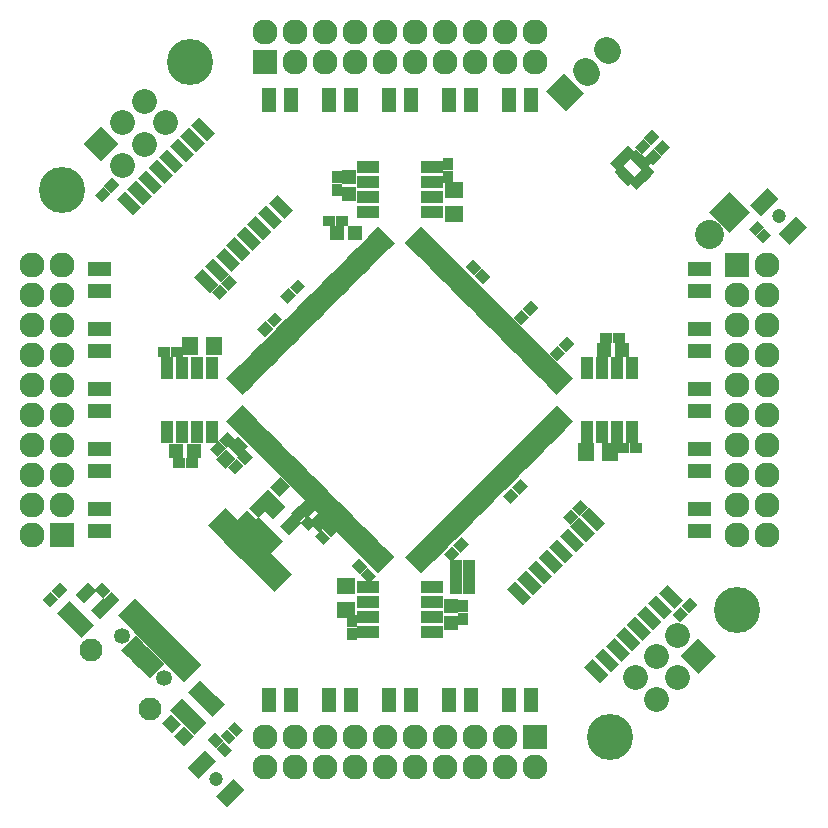
<source format=gbs>
G04 #@! TF.FileFunction,Soldermask,Bot*
%FSLAX46Y46*%
G04 Gerber Fmt 4.6, Leading zero omitted, Abs format (unit mm)*
G04 Created by KiCad (PCBNEW 4.0.6-e0-6349~53~ubuntu14.04.1) date Wed Apr 12 20:46:25 2017*
%MOMM*%
%LPD*%
G01*
G04 APERTURE LIST*
%ADD10C,0.200000*%
%ADD11C,3.900000*%
%ADD12C,2.127200*%
%ADD13R,2.127200X2.127200*%
%ADD14O,2.127200X2.127200*%
%ADD15R,1.950000X1.000000*%
%ADD16R,1.149300X0.798780*%
%ADD17R,1.000000X1.950000*%
%ADD18R,0.798780X1.149300*%
%ADD19R,1.000000X0.900000*%
%ADD20C,1.350000*%
%ADD21C,1.950000*%
%ADD22R,1.200000X1.150000*%
%ADD23C,1.200000*%
%ADD24R,1.150000X1.200000*%
%ADD25R,0.900000X1.000000*%
%ADD26R,1.650000X1.400000*%
%ADD27R,1.400000X1.650000*%
%ADD28C,2.432000*%
G04 APERTURE END LIST*
D10*
D11*
X-28575000Y17780000D03*
D10*
G36*
X14077763Y24423079D02*
X12358079Y26142763D01*
X13862237Y27646921D01*
X15581921Y25927237D01*
X14077763Y24423079D01*
X14077763Y24423079D01*
G37*
D12*
X15658288Y27938814D02*
X15873814Y27723288D01*
X17454339Y29734865D02*
X17669865Y29519339D01*
D10*
G36*
X-10919023Y-13004988D02*
X-11661485Y-12262526D01*
X-10629109Y-11230150D01*
X-9886647Y-11972612D01*
X-10919023Y-13004988D01*
X-10919023Y-13004988D01*
G37*
G36*
X-11590774Y-12333236D02*
X-12333236Y-11590774D01*
X-11300860Y-10558398D01*
X-10558398Y-11300860D01*
X-11590774Y-12333236D01*
X-11590774Y-12333236D01*
G37*
G36*
X-12262526Y-11661485D02*
X-13004988Y-10919023D01*
X-11972612Y-9886647D01*
X-11230150Y-10629109D01*
X-12262526Y-11661485D01*
X-12262526Y-11661485D01*
G37*
G36*
X-10706891Y-10105850D02*
X-11449353Y-9363388D01*
X-10416977Y-8331012D01*
X-9674515Y-9073474D01*
X-10706891Y-10105850D01*
X-10706891Y-10105850D01*
G37*
G36*
X-9363388Y-11449353D02*
X-10105850Y-10706891D01*
X-9073474Y-9674515D01*
X-8331012Y-10416977D01*
X-9363388Y-11449353D01*
X-9363388Y-11449353D01*
G37*
G36*
X-23966441Y16973155D02*
X-23259334Y17680262D01*
X-21915831Y16336759D01*
X-22622938Y15629652D01*
X-23966441Y16973155D01*
X-23966441Y16973155D01*
G37*
G36*
X-23068416Y17871181D02*
X-22361309Y18578288D01*
X-21017806Y17234785D01*
X-21724913Y16527678D01*
X-23068416Y17871181D01*
X-23068416Y17871181D01*
G37*
G36*
X-22170390Y18769206D02*
X-21463283Y19476313D01*
X-20119780Y18132810D01*
X-20826887Y17425703D01*
X-22170390Y18769206D01*
X-22170390Y18769206D01*
G37*
G36*
X-21272364Y19667232D02*
X-20565257Y20374339D01*
X-19221754Y19030836D01*
X-19928861Y18323729D01*
X-21272364Y19667232D01*
X-21272364Y19667232D01*
G37*
G36*
X-20374339Y20565257D02*
X-19667232Y21272364D01*
X-18323729Y19928861D01*
X-19030836Y19221754D01*
X-20374339Y20565257D01*
X-20374339Y20565257D01*
G37*
G36*
X-19476313Y21463283D02*
X-18769206Y22170390D01*
X-17425703Y20826887D01*
X-18132810Y20119780D01*
X-19476313Y21463283D01*
X-19476313Y21463283D01*
G37*
G36*
X-18578288Y22361309D02*
X-17871181Y23068416D01*
X-16527678Y21724913D01*
X-17234785Y21017806D01*
X-18578288Y22361309D01*
X-18578288Y22361309D01*
G37*
G36*
X-17680262Y23259334D02*
X-16973155Y23966441D01*
X-15629652Y22622938D01*
X-16336759Y21915831D01*
X-17680262Y23259334D01*
X-17680262Y23259334D01*
G37*
G36*
X-11104169Y16683241D02*
X-10397062Y17390348D01*
X-9053559Y16046845D01*
X-9760666Y15339738D01*
X-11104169Y16683241D01*
X-11104169Y16683241D01*
G37*
G36*
X-12002194Y15785215D02*
X-11295087Y16492322D01*
X-9951584Y15148819D01*
X-10658691Y14441712D01*
X-12002194Y15785215D01*
X-12002194Y15785215D01*
G37*
G36*
X-12900220Y14887190D02*
X-12193113Y15594297D01*
X-10849610Y14250794D01*
X-11556717Y13543687D01*
X-12900220Y14887190D01*
X-12900220Y14887190D01*
G37*
G36*
X-13798246Y13989164D02*
X-13091139Y14696271D01*
X-11747636Y13352768D01*
X-12454743Y12645661D01*
X-13798246Y13989164D01*
X-13798246Y13989164D01*
G37*
G36*
X-14696271Y13091139D02*
X-13989164Y13798246D01*
X-12645661Y12454743D01*
X-13352768Y11747636D01*
X-14696271Y13091139D01*
X-14696271Y13091139D01*
G37*
G36*
X-15594297Y12193113D02*
X-14887190Y12900220D01*
X-13543687Y11556717D01*
X-14250794Y10849610D01*
X-15594297Y12193113D01*
X-15594297Y12193113D01*
G37*
G36*
X-16492322Y11295087D02*
X-15785215Y12002194D01*
X-14441712Y10658691D01*
X-15148819Y9951584D01*
X-16492322Y11295087D01*
X-16492322Y11295087D01*
G37*
G36*
X-17390348Y10397062D02*
X-16683241Y11104169D01*
X-15339738Y9760666D01*
X-16046845Y9053559D01*
X-17390348Y10397062D01*
X-17390348Y10397062D01*
G37*
G36*
X14690143Y-1820800D02*
X14195169Y-2315774D01*
X12816311Y-936916D01*
X13311285Y-441942D01*
X14690143Y-1820800D01*
X14690143Y-1820800D01*
G37*
G36*
X14336590Y-2174354D02*
X13841616Y-2669328D01*
X12462758Y-1290470D01*
X12957732Y-795496D01*
X14336590Y-2174354D01*
X14336590Y-2174354D01*
G37*
G36*
X13983036Y-2527907D02*
X13488062Y-3022881D01*
X12109204Y-1644023D01*
X12604178Y-1149049D01*
X13983036Y-2527907D01*
X13983036Y-2527907D01*
G37*
G36*
X13629483Y-2881460D02*
X13134509Y-3376434D01*
X11755651Y-1997576D01*
X12250625Y-1502602D01*
X13629483Y-2881460D01*
X13629483Y-2881460D01*
G37*
G36*
X13275929Y-3235014D02*
X12780955Y-3729988D01*
X11402097Y-2351130D01*
X11897071Y-1856156D01*
X13275929Y-3235014D01*
X13275929Y-3235014D01*
G37*
G36*
X12922376Y-3588567D02*
X12427402Y-4083541D01*
X11048544Y-2704683D01*
X11543518Y-2209709D01*
X12922376Y-3588567D01*
X12922376Y-3588567D01*
G37*
G36*
X12568823Y-3942121D02*
X12073849Y-4437095D01*
X10694991Y-3058237D01*
X11189965Y-2563263D01*
X12568823Y-3942121D01*
X12568823Y-3942121D01*
G37*
G36*
X12215269Y-4295674D02*
X11720295Y-4790648D01*
X10341437Y-3411790D01*
X10836411Y-2916816D01*
X12215269Y-4295674D01*
X12215269Y-4295674D01*
G37*
G36*
X11861716Y-4649227D02*
X11366742Y-5144201D01*
X9987884Y-3765343D01*
X10482858Y-3270369D01*
X11861716Y-4649227D01*
X11861716Y-4649227D01*
G37*
G36*
X11508162Y-5002781D02*
X11013188Y-5497755D01*
X9634330Y-4118897D01*
X10129304Y-3623923D01*
X11508162Y-5002781D01*
X11508162Y-5002781D01*
G37*
G36*
X11154609Y-5356334D02*
X10659635Y-5851308D01*
X9280777Y-4472450D01*
X9775751Y-3977476D01*
X11154609Y-5356334D01*
X11154609Y-5356334D01*
G37*
G36*
X10801056Y-5709888D02*
X10306082Y-6204862D01*
X8927224Y-4826004D01*
X9422198Y-4331030D01*
X10801056Y-5709888D01*
X10801056Y-5709888D01*
G37*
G36*
X10447502Y-6063441D02*
X9952528Y-6558415D01*
X8573670Y-5179557D01*
X9068644Y-4684583D01*
X10447502Y-6063441D01*
X10447502Y-6063441D01*
G37*
G36*
X10093949Y-6416994D02*
X9598975Y-6911968D01*
X8220117Y-5533110D01*
X8715091Y-5038136D01*
X10093949Y-6416994D01*
X10093949Y-6416994D01*
G37*
G36*
X9740395Y-6770548D02*
X9245421Y-7265522D01*
X7866563Y-5886664D01*
X8361537Y-5391690D01*
X9740395Y-6770548D01*
X9740395Y-6770548D01*
G37*
G36*
X9386842Y-7124101D02*
X8891868Y-7619075D01*
X7513010Y-6240217D01*
X8007984Y-5745243D01*
X9386842Y-7124101D01*
X9386842Y-7124101D01*
G37*
G36*
X9033289Y-7477654D02*
X8538315Y-7972628D01*
X7159457Y-6593770D01*
X7654431Y-6098796D01*
X9033289Y-7477654D01*
X9033289Y-7477654D01*
G37*
G36*
X8679735Y-7831208D02*
X8184761Y-8326182D01*
X6805903Y-6947324D01*
X7300877Y-6452350D01*
X8679735Y-7831208D01*
X8679735Y-7831208D01*
G37*
G36*
X8326182Y-8184761D02*
X7831208Y-8679735D01*
X6452350Y-7300877D01*
X6947324Y-6805903D01*
X8326182Y-8184761D01*
X8326182Y-8184761D01*
G37*
G36*
X7972628Y-8538315D02*
X7477654Y-9033289D01*
X6098796Y-7654431D01*
X6593770Y-7159457D01*
X7972628Y-8538315D01*
X7972628Y-8538315D01*
G37*
G36*
X7619075Y-8891868D02*
X7124101Y-9386842D01*
X5745243Y-8007984D01*
X6240217Y-7513010D01*
X7619075Y-8891868D01*
X7619075Y-8891868D01*
G37*
G36*
X7265522Y-9245421D02*
X6770548Y-9740395D01*
X5391690Y-8361537D01*
X5886664Y-7866563D01*
X7265522Y-9245421D01*
X7265522Y-9245421D01*
G37*
G36*
X6911968Y-9598975D02*
X6416994Y-10093949D01*
X5038136Y-8715091D01*
X5533110Y-8220117D01*
X6911968Y-9598975D01*
X6911968Y-9598975D01*
G37*
G36*
X6558415Y-9952528D02*
X6063441Y-10447502D01*
X4684583Y-9068644D01*
X5179557Y-8573670D01*
X6558415Y-9952528D01*
X6558415Y-9952528D01*
G37*
G36*
X6204862Y-10306082D02*
X5709888Y-10801056D01*
X4331030Y-9422198D01*
X4826004Y-8927224D01*
X6204862Y-10306082D01*
X6204862Y-10306082D01*
G37*
G36*
X5851308Y-10659635D02*
X5356334Y-11154609D01*
X3977476Y-9775751D01*
X4472450Y-9280777D01*
X5851308Y-10659635D01*
X5851308Y-10659635D01*
G37*
G36*
X5497755Y-11013188D02*
X5002781Y-11508162D01*
X3623923Y-10129304D01*
X4118897Y-9634330D01*
X5497755Y-11013188D01*
X5497755Y-11013188D01*
G37*
G36*
X5144201Y-11366742D02*
X4649227Y-11861716D01*
X3270369Y-10482858D01*
X3765343Y-9987884D01*
X5144201Y-11366742D01*
X5144201Y-11366742D01*
G37*
G36*
X4790648Y-11720295D02*
X4295674Y-12215269D01*
X2916816Y-10836411D01*
X3411790Y-10341437D01*
X4790648Y-11720295D01*
X4790648Y-11720295D01*
G37*
G36*
X4437095Y-12073849D02*
X3942121Y-12568823D01*
X2563263Y-11189965D01*
X3058237Y-10694991D01*
X4437095Y-12073849D01*
X4437095Y-12073849D01*
G37*
G36*
X4083541Y-12427402D02*
X3588567Y-12922376D01*
X2209709Y-11543518D01*
X2704683Y-11048544D01*
X4083541Y-12427402D01*
X4083541Y-12427402D01*
G37*
G36*
X3729988Y-12780955D02*
X3235014Y-13275929D01*
X1856156Y-11897071D01*
X2351130Y-11402097D01*
X3729988Y-12780955D01*
X3729988Y-12780955D01*
G37*
G36*
X3376434Y-13134509D02*
X2881460Y-13629483D01*
X1502602Y-12250625D01*
X1997576Y-11755651D01*
X3376434Y-13134509D01*
X3376434Y-13134509D01*
G37*
G36*
X3022881Y-13488062D02*
X2527907Y-13983036D01*
X1149049Y-12604178D01*
X1644023Y-12109204D01*
X3022881Y-13488062D01*
X3022881Y-13488062D01*
G37*
G36*
X2669328Y-13841616D02*
X2174354Y-14336590D01*
X795496Y-12957732D01*
X1290470Y-12462758D01*
X2669328Y-13841616D01*
X2669328Y-13841616D01*
G37*
G36*
X2315774Y-14195169D02*
X1820800Y-14690143D01*
X441942Y-13311285D01*
X936916Y-12816311D01*
X2315774Y-14195169D01*
X2315774Y-14195169D01*
G37*
G36*
X-1820800Y-14690143D02*
X-2315774Y-14195169D01*
X-936916Y-12816311D01*
X-441942Y-13311285D01*
X-1820800Y-14690143D01*
X-1820800Y-14690143D01*
G37*
G36*
X-2174354Y-14336590D02*
X-2669328Y-13841616D01*
X-1290470Y-12462758D01*
X-795496Y-12957732D01*
X-2174354Y-14336590D01*
X-2174354Y-14336590D01*
G37*
G36*
X-2527907Y-13983036D02*
X-3022881Y-13488062D01*
X-1644023Y-12109204D01*
X-1149049Y-12604178D01*
X-2527907Y-13983036D01*
X-2527907Y-13983036D01*
G37*
G36*
X-2881460Y-13629483D02*
X-3376434Y-13134509D01*
X-1997576Y-11755651D01*
X-1502602Y-12250625D01*
X-2881460Y-13629483D01*
X-2881460Y-13629483D01*
G37*
G36*
X-3235014Y-13275929D02*
X-3729988Y-12780955D01*
X-2351130Y-11402097D01*
X-1856156Y-11897071D01*
X-3235014Y-13275929D01*
X-3235014Y-13275929D01*
G37*
G36*
X-3588567Y-12922376D02*
X-4083541Y-12427402D01*
X-2704683Y-11048544D01*
X-2209709Y-11543518D01*
X-3588567Y-12922376D01*
X-3588567Y-12922376D01*
G37*
G36*
X-3942121Y-12568823D02*
X-4437095Y-12073849D01*
X-3058237Y-10694991D01*
X-2563263Y-11189965D01*
X-3942121Y-12568823D01*
X-3942121Y-12568823D01*
G37*
G36*
X-4295674Y-12215269D02*
X-4790648Y-11720295D01*
X-3411790Y-10341437D01*
X-2916816Y-10836411D01*
X-4295674Y-12215269D01*
X-4295674Y-12215269D01*
G37*
G36*
X-4649227Y-11861716D02*
X-5144201Y-11366742D01*
X-3765343Y-9987884D01*
X-3270369Y-10482858D01*
X-4649227Y-11861716D01*
X-4649227Y-11861716D01*
G37*
G36*
X-5002781Y-11508162D02*
X-5497755Y-11013188D01*
X-4118897Y-9634330D01*
X-3623923Y-10129304D01*
X-5002781Y-11508162D01*
X-5002781Y-11508162D01*
G37*
G36*
X-5356334Y-11154609D02*
X-5851308Y-10659635D01*
X-4472450Y-9280777D01*
X-3977476Y-9775751D01*
X-5356334Y-11154609D01*
X-5356334Y-11154609D01*
G37*
G36*
X-5709888Y-10801056D02*
X-6204862Y-10306082D01*
X-4826004Y-8927224D01*
X-4331030Y-9422198D01*
X-5709888Y-10801056D01*
X-5709888Y-10801056D01*
G37*
G36*
X-6063441Y-10447502D02*
X-6558415Y-9952528D01*
X-5179557Y-8573670D01*
X-4684583Y-9068644D01*
X-6063441Y-10447502D01*
X-6063441Y-10447502D01*
G37*
G36*
X-6416994Y-10093949D02*
X-6911968Y-9598975D01*
X-5533110Y-8220117D01*
X-5038136Y-8715091D01*
X-6416994Y-10093949D01*
X-6416994Y-10093949D01*
G37*
G36*
X-6770548Y-9740395D02*
X-7265522Y-9245421D01*
X-5886664Y-7866563D01*
X-5391690Y-8361537D01*
X-6770548Y-9740395D01*
X-6770548Y-9740395D01*
G37*
G36*
X-7124101Y-9386842D02*
X-7619075Y-8891868D01*
X-6240217Y-7513010D01*
X-5745243Y-8007984D01*
X-7124101Y-9386842D01*
X-7124101Y-9386842D01*
G37*
G36*
X-7477654Y-9033289D02*
X-7972628Y-8538315D01*
X-6593770Y-7159457D01*
X-6098796Y-7654431D01*
X-7477654Y-9033289D01*
X-7477654Y-9033289D01*
G37*
G36*
X-7831208Y-8679735D02*
X-8326182Y-8184761D01*
X-6947324Y-6805903D01*
X-6452350Y-7300877D01*
X-7831208Y-8679735D01*
X-7831208Y-8679735D01*
G37*
G36*
X-8184761Y-8326182D02*
X-8679735Y-7831208D01*
X-7300877Y-6452350D01*
X-6805903Y-6947324D01*
X-8184761Y-8326182D01*
X-8184761Y-8326182D01*
G37*
G36*
X-8538315Y-7972628D02*
X-9033289Y-7477654D01*
X-7654431Y-6098796D01*
X-7159457Y-6593770D01*
X-8538315Y-7972628D01*
X-8538315Y-7972628D01*
G37*
G36*
X-8891868Y-7619075D02*
X-9386842Y-7124101D01*
X-8007984Y-5745243D01*
X-7513010Y-6240217D01*
X-8891868Y-7619075D01*
X-8891868Y-7619075D01*
G37*
G36*
X-9245421Y-7265522D02*
X-9740395Y-6770548D01*
X-8361537Y-5391690D01*
X-7866563Y-5886664D01*
X-9245421Y-7265522D01*
X-9245421Y-7265522D01*
G37*
G36*
X-9598975Y-6911968D02*
X-10093949Y-6416994D01*
X-8715091Y-5038136D01*
X-8220117Y-5533110D01*
X-9598975Y-6911968D01*
X-9598975Y-6911968D01*
G37*
G36*
X-9952528Y-6558415D02*
X-10447502Y-6063441D01*
X-9068644Y-4684583D01*
X-8573670Y-5179557D01*
X-9952528Y-6558415D01*
X-9952528Y-6558415D01*
G37*
G36*
X-10306082Y-6204862D02*
X-10801056Y-5709888D01*
X-9422198Y-4331030D01*
X-8927224Y-4826004D01*
X-10306082Y-6204862D01*
X-10306082Y-6204862D01*
G37*
G36*
X-10659635Y-5851308D02*
X-11154609Y-5356334D01*
X-9775751Y-3977476D01*
X-9280777Y-4472450D01*
X-10659635Y-5851308D01*
X-10659635Y-5851308D01*
G37*
G36*
X-11013188Y-5497755D02*
X-11508162Y-5002781D01*
X-10129304Y-3623923D01*
X-9634330Y-4118897D01*
X-11013188Y-5497755D01*
X-11013188Y-5497755D01*
G37*
G36*
X-11366742Y-5144201D02*
X-11861716Y-4649227D01*
X-10482858Y-3270369D01*
X-9987884Y-3765343D01*
X-11366742Y-5144201D01*
X-11366742Y-5144201D01*
G37*
G36*
X-11720295Y-4790648D02*
X-12215269Y-4295674D01*
X-10836411Y-2916816D01*
X-10341437Y-3411790D01*
X-11720295Y-4790648D01*
X-11720295Y-4790648D01*
G37*
G36*
X-12073849Y-4437095D02*
X-12568823Y-3942121D01*
X-11189965Y-2563263D01*
X-10694991Y-3058237D01*
X-12073849Y-4437095D01*
X-12073849Y-4437095D01*
G37*
G36*
X-12427402Y-4083541D02*
X-12922376Y-3588567D01*
X-11543518Y-2209709D01*
X-11048544Y-2704683D01*
X-12427402Y-4083541D01*
X-12427402Y-4083541D01*
G37*
G36*
X-12780955Y-3729988D02*
X-13275929Y-3235014D01*
X-11897071Y-1856156D01*
X-11402097Y-2351130D01*
X-12780955Y-3729988D01*
X-12780955Y-3729988D01*
G37*
G36*
X-13134509Y-3376434D02*
X-13629483Y-2881460D01*
X-12250625Y-1502602D01*
X-11755651Y-1997576D01*
X-13134509Y-3376434D01*
X-13134509Y-3376434D01*
G37*
G36*
X-13488062Y-3022881D02*
X-13983036Y-2527907D01*
X-12604178Y-1149049D01*
X-12109204Y-1644023D01*
X-13488062Y-3022881D01*
X-13488062Y-3022881D01*
G37*
G36*
X-13841616Y-2669328D02*
X-14336590Y-2174354D01*
X-12957732Y-795496D01*
X-12462758Y-1290470D01*
X-13841616Y-2669328D01*
X-13841616Y-2669328D01*
G37*
G36*
X-14195169Y-2315774D02*
X-14690143Y-1820800D01*
X-13311285Y-441942D01*
X-12816311Y-936916D01*
X-14195169Y-2315774D01*
X-14195169Y-2315774D01*
G37*
G36*
X-12816311Y936916D02*
X-13311285Y441942D01*
X-14690143Y1820800D01*
X-14195169Y2315774D01*
X-12816311Y936916D01*
X-12816311Y936916D01*
G37*
G36*
X-12462758Y1290470D02*
X-12957732Y795496D01*
X-14336590Y2174354D01*
X-13841616Y2669328D01*
X-12462758Y1290470D01*
X-12462758Y1290470D01*
G37*
G36*
X-12109204Y1644023D02*
X-12604178Y1149049D01*
X-13983036Y2527907D01*
X-13488062Y3022881D01*
X-12109204Y1644023D01*
X-12109204Y1644023D01*
G37*
G36*
X-11755651Y1997576D02*
X-12250625Y1502602D01*
X-13629483Y2881460D01*
X-13134509Y3376434D01*
X-11755651Y1997576D01*
X-11755651Y1997576D01*
G37*
G36*
X-11402097Y2351130D02*
X-11897071Y1856156D01*
X-13275929Y3235014D01*
X-12780955Y3729988D01*
X-11402097Y2351130D01*
X-11402097Y2351130D01*
G37*
G36*
X-11048544Y2704683D02*
X-11543518Y2209709D01*
X-12922376Y3588567D01*
X-12427402Y4083541D01*
X-11048544Y2704683D01*
X-11048544Y2704683D01*
G37*
G36*
X-10694991Y3058237D02*
X-11189965Y2563263D01*
X-12568823Y3942121D01*
X-12073849Y4437095D01*
X-10694991Y3058237D01*
X-10694991Y3058237D01*
G37*
G36*
X-10341437Y3411790D02*
X-10836411Y2916816D01*
X-12215269Y4295674D01*
X-11720295Y4790648D01*
X-10341437Y3411790D01*
X-10341437Y3411790D01*
G37*
G36*
X-9987884Y3765343D02*
X-10482858Y3270369D01*
X-11861716Y4649227D01*
X-11366742Y5144201D01*
X-9987884Y3765343D01*
X-9987884Y3765343D01*
G37*
G36*
X-9634330Y4118897D02*
X-10129304Y3623923D01*
X-11508162Y5002781D01*
X-11013188Y5497755D01*
X-9634330Y4118897D01*
X-9634330Y4118897D01*
G37*
G36*
X-9280777Y4472450D02*
X-9775751Y3977476D01*
X-11154609Y5356334D01*
X-10659635Y5851308D01*
X-9280777Y4472450D01*
X-9280777Y4472450D01*
G37*
G36*
X-8927224Y4826004D02*
X-9422198Y4331030D01*
X-10801056Y5709888D01*
X-10306082Y6204862D01*
X-8927224Y4826004D01*
X-8927224Y4826004D01*
G37*
G36*
X-8573670Y5179557D02*
X-9068644Y4684583D01*
X-10447502Y6063441D01*
X-9952528Y6558415D01*
X-8573670Y5179557D01*
X-8573670Y5179557D01*
G37*
G36*
X-8220117Y5533110D02*
X-8715091Y5038136D01*
X-10093949Y6416994D01*
X-9598975Y6911968D01*
X-8220117Y5533110D01*
X-8220117Y5533110D01*
G37*
G36*
X-7866563Y5886664D02*
X-8361537Y5391690D01*
X-9740395Y6770548D01*
X-9245421Y7265522D01*
X-7866563Y5886664D01*
X-7866563Y5886664D01*
G37*
G36*
X-7513010Y6240217D02*
X-8007984Y5745243D01*
X-9386842Y7124101D01*
X-8891868Y7619075D01*
X-7513010Y6240217D01*
X-7513010Y6240217D01*
G37*
G36*
X-7159457Y6593770D02*
X-7654431Y6098796D01*
X-9033289Y7477654D01*
X-8538315Y7972628D01*
X-7159457Y6593770D01*
X-7159457Y6593770D01*
G37*
G36*
X-6805903Y6947324D02*
X-7300877Y6452350D01*
X-8679735Y7831208D01*
X-8184761Y8326182D01*
X-6805903Y6947324D01*
X-6805903Y6947324D01*
G37*
G36*
X-6452350Y7300877D02*
X-6947324Y6805903D01*
X-8326182Y8184761D01*
X-7831208Y8679735D01*
X-6452350Y7300877D01*
X-6452350Y7300877D01*
G37*
G36*
X-6098796Y7654431D02*
X-6593770Y7159457D01*
X-7972628Y8538315D01*
X-7477654Y9033289D01*
X-6098796Y7654431D01*
X-6098796Y7654431D01*
G37*
G36*
X-5745243Y8007984D02*
X-6240217Y7513010D01*
X-7619075Y8891868D01*
X-7124101Y9386842D01*
X-5745243Y8007984D01*
X-5745243Y8007984D01*
G37*
G36*
X-5391690Y8361537D02*
X-5886664Y7866563D01*
X-7265522Y9245421D01*
X-6770548Y9740395D01*
X-5391690Y8361537D01*
X-5391690Y8361537D01*
G37*
G36*
X-5038136Y8715091D02*
X-5533110Y8220117D01*
X-6911968Y9598975D01*
X-6416994Y10093949D01*
X-5038136Y8715091D01*
X-5038136Y8715091D01*
G37*
G36*
X-4684583Y9068644D02*
X-5179557Y8573670D01*
X-6558415Y9952528D01*
X-6063441Y10447502D01*
X-4684583Y9068644D01*
X-4684583Y9068644D01*
G37*
G36*
X-4331030Y9422198D02*
X-4826004Y8927224D01*
X-6204862Y10306082D01*
X-5709888Y10801056D01*
X-4331030Y9422198D01*
X-4331030Y9422198D01*
G37*
G36*
X-3977476Y9775751D02*
X-4472450Y9280777D01*
X-5851308Y10659635D01*
X-5356334Y11154609D01*
X-3977476Y9775751D01*
X-3977476Y9775751D01*
G37*
G36*
X-3623923Y10129304D02*
X-4118897Y9634330D01*
X-5497755Y11013188D01*
X-5002781Y11508162D01*
X-3623923Y10129304D01*
X-3623923Y10129304D01*
G37*
G36*
X-3270369Y10482858D02*
X-3765343Y9987884D01*
X-5144201Y11366742D01*
X-4649227Y11861716D01*
X-3270369Y10482858D01*
X-3270369Y10482858D01*
G37*
G36*
X-2916816Y10836411D02*
X-3411790Y10341437D01*
X-4790648Y11720295D01*
X-4295674Y12215269D01*
X-2916816Y10836411D01*
X-2916816Y10836411D01*
G37*
G36*
X-2563263Y11189965D02*
X-3058237Y10694991D01*
X-4437095Y12073849D01*
X-3942121Y12568823D01*
X-2563263Y11189965D01*
X-2563263Y11189965D01*
G37*
G36*
X-2209709Y11543518D02*
X-2704683Y11048544D01*
X-4083541Y12427402D01*
X-3588567Y12922376D01*
X-2209709Y11543518D01*
X-2209709Y11543518D01*
G37*
G36*
X-1856156Y11897071D02*
X-2351130Y11402097D01*
X-3729988Y12780955D01*
X-3235014Y13275929D01*
X-1856156Y11897071D01*
X-1856156Y11897071D01*
G37*
G36*
X-1502602Y12250625D02*
X-1997576Y11755651D01*
X-3376434Y13134509D01*
X-2881460Y13629483D01*
X-1502602Y12250625D01*
X-1502602Y12250625D01*
G37*
G36*
X-1149049Y12604178D02*
X-1644023Y12109204D01*
X-3022881Y13488062D01*
X-2527907Y13983036D01*
X-1149049Y12604178D01*
X-1149049Y12604178D01*
G37*
G36*
X-795496Y12957732D02*
X-1290470Y12462758D01*
X-2669328Y13841616D01*
X-2174354Y14336590D01*
X-795496Y12957732D01*
X-795496Y12957732D01*
G37*
G36*
X-441942Y13311285D02*
X-936916Y12816311D01*
X-2315774Y14195169D01*
X-1820800Y14690143D01*
X-441942Y13311285D01*
X-441942Y13311285D01*
G37*
G36*
X936916Y12816311D02*
X441942Y13311285D01*
X1820800Y14690143D01*
X2315774Y14195169D01*
X936916Y12816311D01*
X936916Y12816311D01*
G37*
G36*
X1290470Y12462758D02*
X795496Y12957732D01*
X2174354Y14336590D01*
X2669328Y13841616D01*
X1290470Y12462758D01*
X1290470Y12462758D01*
G37*
G36*
X1644023Y12109204D02*
X1149049Y12604178D01*
X2527907Y13983036D01*
X3022881Y13488062D01*
X1644023Y12109204D01*
X1644023Y12109204D01*
G37*
G36*
X1997576Y11755651D02*
X1502602Y12250625D01*
X2881460Y13629483D01*
X3376434Y13134509D01*
X1997576Y11755651D01*
X1997576Y11755651D01*
G37*
G36*
X2351130Y11402097D02*
X1856156Y11897071D01*
X3235014Y13275929D01*
X3729988Y12780955D01*
X2351130Y11402097D01*
X2351130Y11402097D01*
G37*
G36*
X2704683Y11048544D02*
X2209709Y11543518D01*
X3588567Y12922376D01*
X4083541Y12427402D01*
X2704683Y11048544D01*
X2704683Y11048544D01*
G37*
G36*
X3058237Y10694991D02*
X2563263Y11189965D01*
X3942121Y12568823D01*
X4437095Y12073849D01*
X3058237Y10694991D01*
X3058237Y10694991D01*
G37*
G36*
X3411790Y10341437D02*
X2916816Y10836411D01*
X4295674Y12215269D01*
X4790648Y11720295D01*
X3411790Y10341437D01*
X3411790Y10341437D01*
G37*
G36*
X3765343Y9987884D02*
X3270369Y10482858D01*
X4649227Y11861716D01*
X5144201Y11366742D01*
X3765343Y9987884D01*
X3765343Y9987884D01*
G37*
G36*
X4118897Y9634330D02*
X3623923Y10129304D01*
X5002781Y11508162D01*
X5497755Y11013188D01*
X4118897Y9634330D01*
X4118897Y9634330D01*
G37*
G36*
X4472450Y9280777D02*
X3977476Y9775751D01*
X5356334Y11154609D01*
X5851308Y10659635D01*
X4472450Y9280777D01*
X4472450Y9280777D01*
G37*
G36*
X4826004Y8927224D02*
X4331030Y9422198D01*
X5709888Y10801056D01*
X6204862Y10306082D01*
X4826004Y8927224D01*
X4826004Y8927224D01*
G37*
G36*
X5179557Y8573670D02*
X4684583Y9068644D01*
X6063441Y10447502D01*
X6558415Y9952528D01*
X5179557Y8573670D01*
X5179557Y8573670D01*
G37*
G36*
X5533110Y8220117D02*
X5038136Y8715091D01*
X6416994Y10093949D01*
X6911968Y9598975D01*
X5533110Y8220117D01*
X5533110Y8220117D01*
G37*
G36*
X5886664Y7866563D02*
X5391690Y8361537D01*
X6770548Y9740395D01*
X7265522Y9245421D01*
X5886664Y7866563D01*
X5886664Y7866563D01*
G37*
G36*
X6240217Y7513010D02*
X5745243Y8007984D01*
X7124101Y9386842D01*
X7619075Y8891868D01*
X6240217Y7513010D01*
X6240217Y7513010D01*
G37*
G36*
X6593770Y7159457D02*
X6098796Y7654431D01*
X7477654Y9033289D01*
X7972628Y8538315D01*
X6593770Y7159457D01*
X6593770Y7159457D01*
G37*
G36*
X6947324Y6805903D02*
X6452350Y7300877D01*
X7831208Y8679735D01*
X8326182Y8184761D01*
X6947324Y6805903D01*
X6947324Y6805903D01*
G37*
G36*
X7300877Y6452350D02*
X6805903Y6947324D01*
X8184761Y8326182D01*
X8679735Y7831208D01*
X7300877Y6452350D01*
X7300877Y6452350D01*
G37*
G36*
X7654431Y6098796D02*
X7159457Y6593770D01*
X8538315Y7972628D01*
X9033289Y7477654D01*
X7654431Y6098796D01*
X7654431Y6098796D01*
G37*
G36*
X8007984Y5745243D02*
X7513010Y6240217D01*
X8891868Y7619075D01*
X9386842Y7124101D01*
X8007984Y5745243D01*
X8007984Y5745243D01*
G37*
G36*
X8361537Y5391690D02*
X7866563Y5886664D01*
X9245421Y7265522D01*
X9740395Y6770548D01*
X8361537Y5391690D01*
X8361537Y5391690D01*
G37*
G36*
X8715091Y5038136D02*
X8220117Y5533110D01*
X9598975Y6911968D01*
X10093949Y6416994D01*
X8715091Y5038136D01*
X8715091Y5038136D01*
G37*
G36*
X9068644Y4684583D02*
X8573670Y5179557D01*
X9952528Y6558415D01*
X10447502Y6063441D01*
X9068644Y4684583D01*
X9068644Y4684583D01*
G37*
G36*
X9422198Y4331030D02*
X8927224Y4826004D01*
X10306082Y6204862D01*
X10801056Y5709888D01*
X9422198Y4331030D01*
X9422198Y4331030D01*
G37*
G36*
X9775751Y3977476D02*
X9280777Y4472450D01*
X10659635Y5851308D01*
X11154609Y5356334D01*
X9775751Y3977476D01*
X9775751Y3977476D01*
G37*
G36*
X10129304Y3623923D02*
X9634330Y4118897D01*
X11013188Y5497755D01*
X11508162Y5002781D01*
X10129304Y3623923D01*
X10129304Y3623923D01*
G37*
G36*
X10482858Y3270369D02*
X9987884Y3765343D01*
X11366742Y5144201D01*
X11861716Y4649227D01*
X10482858Y3270369D01*
X10482858Y3270369D01*
G37*
G36*
X10836411Y2916816D02*
X10341437Y3411790D01*
X11720295Y4790648D01*
X12215269Y4295674D01*
X10836411Y2916816D01*
X10836411Y2916816D01*
G37*
G36*
X11189965Y2563263D02*
X10694991Y3058237D01*
X12073849Y4437095D01*
X12568823Y3942121D01*
X11189965Y2563263D01*
X11189965Y2563263D01*
G37*
G36*
X11543518Y2209709D02*
X11048544Y2704683D01*
X12427402Y4083541D01*
X12922376Y3588567D01*
X11543518Y2209709D01*
X11543518Y2209709D01*
G37*
G36*
X11897071Y1856156D02*
X11402097Y2351130D01*
X12780955Y3729988D01*
X13275929Y3235014D01*
X11897071Y1856156D01*
X11897071Y1856156D01*
G37*
G36*
X12250625Y1502602D02*
X11755651Y1997576D01*
X13134509Y3376434D01*
X13629483Y2881460D01*
X12250625Y1502602D01*
X12250625Y1502602D01*
G37*
G36*
X12604178Y1149049D02*
X12109204Y1644023D01*
X13488062Y3022881D01*
X13983036Y2527907D01*
X12604178Y1149049D01*
X12604178Y1149049D01*
G37*
G36*
X12957732Y795496D02*
X12462758Y1290470D01*
X13841616Y2669328D01*
X14336590Y2174354D01*
X12957732Y795496D01*
X12957732Y795496D01*
G37*
G36*
X13311285Y441942D02*
X12816311Y936916D01*
X14195169Y2315774D01*
X14690143Y1820800D01*
X13311285Y441942D01*
X13311285Y441942D01*
G37*
G36*
X23966441Y-16973155D02*
X23259334Y-17680262D01*
X21915831Y-16336759D01*
X22622938Y-15629652D01*
X23966441Y-16973155D01*
X23966441Y-16973155D01*
G37*
G36*
X23068416Y-17871181D02*
X22361309Y-18578288D01*
X21017806Y-17234785D01*
X21724913Y-16527678D01*
X23068416Y-17871181D01*
X23068416Y-17871181D01*
G37*
G36*
X22170390Y-18769206D02*
X21463283Y-19476313D01*
X20119780Y-18132810D01*
X20826887Y-17425703D01*
X22170390Y-18769206D01*
X22170390Y-18769206D01*
G37*
G36*
X21272364Y-19667232D02*
X20565257Y-20374339D01*
X19221754Y-19030836D01*
X19928861Y-18323729D01*
X21272364Y-19667232D01*
X21272364Y-19667232D01*
G37*
G36*
X20374339Y-20565257D02*
X19667232Y-21272364D01*
X18323729Y-19928861D01*
X19030836Y-19221754D01*
X20374339Y-20565257D01*
X20374339Y-20565257D01*
G37*
G36*
X19476313Y-21463283D02*
X18769206Y-22170390D01*
X17425703Y-20826887D01*
X18132810Y-20119780D01*
X19476313Y-21463283D01*
X19476313Y-21463283D01*
G37*
G36*
X18578288Y-22361309D02*
X17871181Y-23068416D01*
X16527678Y-21724913D01*
X17234785Y-21017806D01*
X18578288Y-22361309D01*
X18578288Y-22361309D01*
G37*
G36*
X17680262Y-23259334D02*
X16973155Y-23966441D01*
X15629652Y-22622938D01*
X16336759Y-21915831D01*
X17680262Y-23259334D01*
X17680262Y-23259334D01*
G37*
G36*
X11104169Y-16683241D02*
X10397062Y-17390348D01*
X9053559Y-16046845D01*
X9760666Y-15339738D01*
X11104169Y-16683241D01*
X11104169Y-16683241D01*
G37*
G36*
X12002194Y-15785215D02*
X11295087Y-16492322D01*
X9951584Y-15148819D01*
X10658691Y-14441712D01*
X12002194Y-15785215D01*
X12002194Y-15785215D01*
G37*
G36*
X12900220Y-14887190D02*
X12193113Y-15594297D01*
X10849610Y-14250794D01*
X11556717Y-13543687D01*
X12900220Y-14887190D01*
X12900220Y-14887190D01*
G37*
G36*
X13798246Y-13989164D02*
X13091139Y-14696271D01*
X11747636Y-13352768D01*
X12454743Y-12645661D01*
X13798246Y-13989164D01*
X13798246Y-13989164D01*
G37*
G36*
X14696271Y-13091139D02*
X13989164Y-13798246D01*
X12645661Y-12454743D01*
X13352768Y-11747636D01*
X14696271Y-13091139D01*
X14696271Y-13091139D01*
G37*
G36*
X15594297Y-12193113D02*
X14887190Y-12900220D01*
X13543687Y-11556717D01*
X14250794Y-10849610D01*
X15594297Y-12193113D01*
X15594297Y-12193113D01*
G37*
G36*
X16492322Y-11295087D02*
X15785215Y-12002194D01*
X14441712Y-10658691D01*
X15148819Y-9951584D01*
X16492322Y-11295087D01*
X16492322Y-11295087D01*
G37*
G36*
X17390348Y-10397062D02*
X16683241Y-11104169D01*
X15339738Y-9760666D01*
X16046845Y-9053559D01*
X17390348Y-10397062D01*
X17390348Y-10397062D01*
G37*
D13*
X11430000Y-28575000D03*
D14*
X11430000Y-31115000D03*
X8890000Y-28575000D03*
X8890000Y-31115000D03*
X6350000Y-28575000D03*
X6350000Y-31115000D03*
X3810000Y-28575000D03*
X3810000Y-31115000D03*
X1270000Y-28575000D03*
X1270000Y-31115000D03*
X-1270000Y-28575000D03*
X-1270000Y-31115000D03*
X-3810000Y-28575000D03*
X-3810000Y-31115000D03*
X-6350000Y-28575000D03*
X-6350000Y-31115000D03*
X-8890000Y-28575000D03*
X-8890000Y-31115000D03*
X-11430000Y-28575000D03*
X-11430000Y-31115000D03*
D13*
X-28575000Y-11430000D03*
D14*
X-31115000Y-11430000D03*
X-28575000Y-8890000D03*
X-31115000Y-8890000D03*
X-28575000Y-6350000D03*
X-31115000Y-6350000D03*
X-28575000Y-3810000D03*
X-31115000Y-3810000D03*
X-28575000Y-1270000D03*
X-31115000Y-1270000D03*
X-28575000Y1270000D03*
X-31115000Y1270000D03*
X-28575000Y3810000D03*
X-31115000Y3810000D03*
X-28575000Y6350000D03*
X-31115000Y6350000D03*
X-28575000Y8890000D03*
X-31115000Y8890000D03*
X-28575000Y11430000D03*
X-31115000Y11430000D03*
D13*
X-11430000Y28575000D03*
D14*
X-11430000Y31115000D03*
X-8890000Y28575000D03*
X-8890000Y31115000D03*
X-6350000Y28575000D03*
X-6350000Y31115000D03*
X-3810000Y28575000D03*
X-3810000Y31115000D03*
X-1270000Y28575000D03*
X-1270000Y31115000D03*
X1270000Y28575000D03*
X1270000Y31115000D03*
X3810000Y28575000D03*
X3810000Y31115000D03*
X6350000Y28575000D03*
X6350000Y31115000D03*
X8890000Y28575000D03*
X8890000Y31115000D03*
X11430000Y28575000D03*
X11430000Y31115000D03*
D13*
X28575000Y11430000D03*
D14*
X31115000Y11430000D03*
X28575000Y8890000D03*
X31115000Y8890000D03*
X28575000Y6350000D03*
X31115000Y6350000D03*
X28575000Y3810000D03*
X31115000Y3810000D03*
X28575000Y1270000D03*
X31115000Y1270000D03*
X28575000Y-1270000D03*
X31115000Y-1270000D03*
X28575000Y-3810000D03*
X31115000Y-3810000D03*
X28575000Y-6350000D03*
X31115000Y-6350000D03*
X28575000Y-8890000D03*
X31115000Y-8890000D03*
X28575000Y-11430000D03*
X31115000Y-11430000D03*
D15*
X2700000Y-15875000D03*
X2700000Y-17145000D03*
X2700000Y-18415000D03*
X2700000Y-19685000D03*
X-2700000Y-19685000D03*
X-2700000Y-18415000D03*
X-2700000Y-17145000D03*
X-2700000Y-15875000D03*
D16*
X9210040Y-26050240D03*
X9210040Y-25400000D03*
X9210040Y-24749760D03*
X11109960Y-24749760D03*
X11109960Y-25400000D03*
X11109960Y-26050240D03*
X4130040Y-26050240D03*
X4130040Y-25400000D03*
X4130040Y-24749760D03*
X6029960Y-24749760D03*
X6029960Y-25400000D03*
X6029960Y-26050240D03*
X-949960Y-26050240D03*
X-949960Y-25400000D03*
X-949960Y-24749760D03*
X949960Y-24749760D03*
X949960Y-25400000D03*
X949960Y-26050240D03*
D17*
X-15875000Y-2700000D03*
X-17145000Y-2700000D03*
X-18415000Y-2700000D03*
X-19685000Y-2700000D03*
X-19685000Y2700000D03*
X-18415000Y2700000D03*
X-17145000Y2700000D03*
X-15875000Y2700000D03*
D18*
X-26050240Y-9210040D03*
X-25400000Y-9210040D03*
X-24749760Y-9210040D03*
X-24749760Y-11109960D03*
X-25400000Y-11109960D03*
X-26050240Y-11109960D03*
X-26050240Y-4130040D03*
X-25400000Y-4130040D03*
X-24749760Y-4130040D03*
X-24749760Y-6029960D03*
X-25400000Y-6029960D03*
X-26050240Y-6029960D03*
X-26050240Y949960D03*
X-25400000Y949960D03*
X-24749760Y949960D03*
X-24749760Y-949960D03*
X-25400000Y-949960D03*
X-26050240Y-949960D03*
X-26050240Y6029960D03*
X-25400000Y6029960D03*
X-24749760Y6029960D03*
X-24749760Y4130040D03*
X-25400000Y4130040D03*
X-26050240Y4130040D03*
D15*
X-2700000Y15875000D03*
X-2700000Y17145000D03*
X-2700000Y18415000D03*
X-2700000Y19685000D03*
X2700000Y19685000D03*
X2700000Y18415000D03*
X2700000Y17145000D03*
X2700000Y15875000D03*
D16*
X-9210040Y26050240D03*
X-9210040Y25400000D03*
X-9210040Y24749760D03*
X-11109960Y24749760D03*
X-11109960Y25400000D03*
X-11109960Y26050240D03*
X-4130040Y26050240D03*
X-4130040Y25400000D03*
X-4130040Y24749760D03*
X-6029960Y24749760D03*
X-6029960Y25400000D03*
X-6029960Y26050240D03*
X949960Y26050240D03*
X949960Y25400000D03*
X949960Y24749760D03*
X-949960Y24749760D03*
X-949960Y25400000D03*
X-949960Y26050240D03*
X6029960Y26050240D03*
X6029960Y25400000D03*
X6029960Y24749760D03*
X4130040Y24749760D03*
X4130040Y25400000D03*
X4130040Y26050240D03*
D17*
X15875000Y2700000D03*
X17145000Y2700000D03*
X18415000Y2700000D03*
X19685000Y2700000D03*
X19685000Y-2700000D03*
X18415000Y-2700000D03*
X17145000Y-2700000D03*
X15875000Y-2700000D03*
D18*
X26050240Y9210040D03*
X25400000Y9210040D03*
X24749760Y9210040D03*
X24749760Y11109960D03*
X25400000Y11109960D03*
X26050240Y11109960D03*
X26050240Y4130040D03*
X25400000Y4130040D03*
X24749760Y4130040D03*
X24749760Y6029960D03*
X25400000Y6029960D03*
X26050240Y6029960D03*
X26050240Y-949960D03*
X25400000Y-949960D03*
X24749760Y-949960D03*
X24749760Y949960D03*
X25400000Y949960D03*
X26050240Y949960D03*
X26050240Y-6029960D03*
X25400000Y-6029960D03*
X24749760Y-6029960D03*
X24749760Y-4130040D03*
X25400000Y-4130040D03*
X26050240Y-4130040D03*
D10*
G36*
X5539340Y11274264D02*
X6175736Y11910660D01*
X6882842Y11203554D01*
X6246446Y10567158D01*
X5539340Y11274264D01*
X5539340Y11274264D01*
G37*
G36*
X6317158Y10496446D02*
X6953554Y11132842D01*
X7660660Y10425736D01*
X7024264Y9789340D01*
X6317158Y10496446D01*
X6317158Y10496446D01*
G37*
G36*
X-13924264Y-6310660D02*
X-14560660Y-5674264D01*
X-13853554Y-4967158D01*
X-13217158Y-5603554D01*
X-13924264Y-6310660D01*
X-13924264Y-6310660D01*
G37*
G36*
X-13146446Y-5532842D02*
X-13782842Y-4896446D01*
X-13075736Y-4189340D01*
X-12439340Y-4825736D01*
X-13146446Y-5532842D01*
X-13146446Y-5532842D01*
G37*
G36*
X-15424264Y-4810660D02*
X-16060660Y-4174264D01*
X-15353554Y-3467158D01*
X-14717158Y-4103554D01*
X-15424264Y-4810660D01*
X-15424264Y-4810660D01*
G37*
G36*
X-14646446Y-4032842D02*
X-15282842Y-3396446D01*
X-14575736Y-2689340D01*
X-13939340Y-3325736D01*
X-14646446Y-4032842D01*
X-14646446Y-4032842D01*
G37*
D19*
X-4911000Y15113000D03*
X-6011000Y15113000D03*
D10*
G36*
X-9474264Y8139340D02*
X-10110660Y8775736D01*
X-9403554Y9482842D01*
X-8767158Y8846446D01*
X-9474264Y8139340D01*
X-9474264Y8139340D01*
G37*
G36*
X-8696446Y8917158D02*
X-9332842Y9553554D01*
X-8625736Y10260660D01*
X-7989340Y9624264D01*
X-8696446Y8917158D01*
X-8696446Y8917158D01*
G37*
G36*
X10203264Y-6686340D02*
X10839660Y-7322736D01*
X10132554Y-8029842D01*
X9496158Y-7393446D01*
X10203264Y-6686340D01*
X10203264Y-6686340D01*
G37*
G36*
X9425446Y-7464158D02*
X10061842Y-8100554D01*
X9354736Y-8807660D01*
X8718340Y-8171264D01*
X9425446Y-7464158D01*
X9425446Y-7464158D01*
G37*
G36*
X5224264Y-11589340D02*
X5860660Y-12225736D01*
X5153554Y-12932842D01*
X4517158Y-12296446D01*
X5224264Y-11589340D01*
X5224264Y-11589340D01*
G37*
G36*
X4446446Y-12367158D02*
X5082842Y-13003554D01*
X4375736Y-13710660D01*
X3739340Y-13074264D01*
X4446446Y-12367158D01*
X4446446Y-12367158D01*
G37*
G36*
X14140264Y5378660D02*
X14776660Y4742264D01*
X14069554Y4035158D01*
X13433158Y4671554D01*
X14140264Y5378660D01*
X14140264Y5378660D01*
G37*
G36*
X13362446Y4600842D02*
X13998842Y3964446D01*
X13291736Y3257340D01*
X12655340Y3893736D01*
X13362446Y4600842D01*
X13362446Y4600842D01*
G37*
G36*
X-1987340Y-14902264D02*
X-2623736Y-15538660D01*
X-3330842Y-14831554D01*
X-2694446Y-14195158D01*
X-1987340Y-14902264D01*
X-1987340Y-14902264D01*
G37*
G36*
X-2765158Y-14124446D02*
X-3401554Y-14760842D01*
X-4108660Y-14053736D01*
X-3472264Y-13417340D01*
X-2765158Y-14124446D01*
X-2765158Y-14124446D01*
G37*
G36*
X11092264Y8426660D02*
X11728660Y7790264D01*
X11021554Y7083158D01*
X10385158Y7719554D01*
X11092264Y8426660D01*
X11092264Y8426660D01*
G37*
G36*
X10314446Y7648842D02*
X10950842Y7012446D01*
X10243736Y6305340D01*
X9607340Y6941736D01*
X10314446Y7648842D01*
X10314446Y7648842D01*
G37*
G36*
X-7067340Y-10457264D02*
X-7703736Y-11093660D01*
X-8410842Y-10386554D01*
X-7774446Y-9750158D01*
X-7067340Y-10457264D01*
X-7067340Y-10457264D01*
G37*
G36*
X-7845158Y-9679446D02*
X-8481554Y-10315842D01*
X-9188660Y-9608736D01*
X-8552264Y-8972340D01*
X-7845158Y-9679446D01*
X-7845158Y-9679446D01*
G37*
G36*
X-16893977Y-23698012D02*
X-16151515Y-24440474D01*
X-17183891Y-25472850D01*
X-17926353Y-24730388D01*
X-16893977Y-23698012D01*
X-16893977Y-23698012D01*
G37*
G36*
X-16222226Y-24369764D02*
X-15479764Y-25112226D01*
X-16512140Y-26144602D01*
X-17254602Y-25402140D01*
X-16222226Y-24369764D01*
X-16222226Y-24369764D01*
G37*
G36*
X-15550474Y-25041515D02*
X-14808012Y-25783977D01*
X-15840388Y-26816353D01*
X-16582850Y-26073891D01*
X-15550474Y-25041515D01*
X-15550474Y-25041515D01*
G37*
G36*
X-17106109Y-26597150D02*
X-16363647Y-27339612D01*
X-17396023Y-28371988D01*
X-18138485Y-27629526D01*
X-17106109Y-26597150D01*
X-17106109Y-26597150D01*
G37*
G36*
X-18449612Y-25253647D02*
X-17707150Y-25996109D01*
X-18739526Y-27028485D01*
X-19481988Y-26286023D01*
X-18449612Y-25253647D01*
X-18449612Y-25253647D01*
G37*
G36*
X-17777860Y-25925398D02*
X-17035398Y-26667860D01*
X-18067774Y-27700236D01*
X-18810236Y-26957774D01*
X-17777860Y-25925398D01*
X-17777860Y-25925398D01*
G37*
G36*
X-25189264Y16719340D02*
X-25825660Y17355736D01*
X-25118554Y18062842D01*
X-24482158Y17426446D01*
X-25189264Y16719340D01*
X-25189264Y16719340D01*
G37*
G36*
X-24411446Y17497158D02*
X-25047842Y18133554D01*
X-24340736Y18840660D01*
X-23704340Y18204264D01*
X-24411446Y17497158D01*
X-24411446Y17497158D01*
G37*
G36*
X24554264Y-16719340D02*
X25190660Y-17355736D01*
X24483554Y-18062842D01*
X23847158Y-17426446D01*
X24554264Y-16719340D01*
X24554264Y-16719340D01*
G37*
G36*
X23776446Y-17497158D02*
X24412842Y-18133554D01*
X23705736Y-18840660D01*
X23069340Y-18204264D01*
X23776446Y-17497158D01*
X23776446Y-17497158D01*
G37*
G36*
X-15283264Y8464340D02*
X-15919660Y9100736D01*
X-15212554Y9807842D01*
X-14576158Y9171446D01*
X-15283264Y8464340D01*
X-15283264Y8464340D01*
G37*
G36*
X-14505446Y9242158D02*
X-15141842Y9878554D01*
X-14434736Y10585660D01*
X-13798340Y9949264D01*
X-14505446Y9242158D01*
X-14505446Y9242158D01*
G37*
G36*
X15283264Y-8464340D02*
X15919660Y-9100736D01*
X15212554Y-9807842D01*
X14576158Y-9171446D01*
X15283264Y-8464340D01*
X15283264Y-8464340D01*
G37*
G36*
X14505446Y-9242158D02*
X15141842Y-9878554D01*
X14434736Y-10585660D01*
X13798340Y-9949264D01*
X14505446Y-9242158D01*
X14505446Y-9242158D01*
G37*
D16*
X-6029960Y-26050240D03*
X-6029960Y-25400000D03*
X-6029960Y-24749760D03*
X-4130040Y-24749760D03*
X-4130040Y-25400000D03*
X-4130040Y-26050240D03*
D10*
G36*
X-21171118Y-23576554D02*
X-21736803Y-23010869D01*
X-20499366Y-21773432D01*
X-19933681Y-22339117D01*
X-21171118Y-23576554D01*
X-21171118Y-23576554D01*
G37*
G36*
X-21630738Y-23116934D02*
X-22196423Y-22551249D01*
X-20958986Y-21313812D01*
X-20393301Y-21879497D01*
X-21630738Y-23116934D01*
X-21630738Y-23116934D01*
G37*
G36*
X-22090357Y-22657315D02*
X-22656042Y-22091630D01*
X-21418605Y-20854193D01*
X-20852920Y-21419878D01*
X-22090357Y-22657315D01*
X-22090357Y-22657315D01*
G37*
G36*
X-22549976Y-22197695D02*
X-23115661Y-21632010D01*
X-21878224Y-20394573D01*
X-21312539Y-20960258D01*
X-22549976Y-22197695D01*
X-22549976Y-22197695D01*
G37*
G36*
X-23009596Y-21738076D02*
X-23575281Y-21172391D01*
X-22337844Y-19934954D01*
X-21772159Y-20500639D01*
X-23009596Y-21738076D01*
X-23009596Y-21738076D01*
G37*
D20*
X-19986714Y-23523521D03*
X-23522248Y-19987987D03*
D21*
X-21188796Y-26139816D03*
X-26138543Y-21190068D03*
D10*
G36*
X-11424264Y5339340D02*
X-12060660Y5975736D01*
X-11353554Y6682842D01*
X-10717158Y6046446D01*
X-11424264Y5339340D01*
X-11424264Y5339340D01*
G37*
G36*
X-10646446Y6117158D02*
X-11282842Y6753554D01*
X-10575736Y7460660D01*
X-9939340Y6824264D01*
X-10646446Y6117158D01*
X-10646446Y6117158D01*
G37*
D19*
X5884000Y-15367000D03*
X4784000Y-15367000D03*
X5884000Y-16002000D03*
X4784000Y-16002000D03*
X5884000Y-13970000D03*
X4784000Y-13970000D03*
X5884000Y-14605000D03*
X4784000Y-14605000D03*
D22*
X-3822000Y14097000D03*
X-5322000Y14097000D03*
D10*
G36*
X-13675992Y-3083820D02*
X-12862820Y-3896992D01*
X-13711348Y-4745520D01*
X-14524520Y-3932348D01*
X-13675992Y-3083820D01*
X-13675992Y-3083820D01*
G37*
G36*
X-14736652Y-4144480D02*
X-13923480Y-4957652D01*
X-14772008Y-5806180D01*
X-15585180Y-4993008D01*
X-14736652Y-4144480D01*
X-14736652Y-4144480D01*
G37*
G36*
X-6004820Y-10327008D02*
X-6817992Y-11140180D01*
X-7666520Y-10291652D01*
X-6853348Y-9478480D01*
X-6004820Y-10327008D01*
X-6004820Y-10327008D01*
G37*
G36*
X-7065480Y-9266348D02*
X-7878652Y-10079520D01*
X-8727180Y-9230992D01*
X-7914008Y-8417820D01*
X-7065480Y-9266348D01*
X-7065480Y-9266348D01*
G37*
G36*
X-12994008Y-11013180D02*
X-13807180Y-10200008D01*
X-12958652Y-9351480D01*
X-12145480Y-10164652D01*
X-12994008Y-11013180D01*
X-12994008Y-11013180D01*
G37*
G36*
X-11933348Y-9952520D02*
X-12746520Y-9139348D01*
X-11897992Y-8290820D01*
X-11084820Y-9103992D01*
X-11933348Y-9952520D01*
X-11933348Y-9952520D01*
G37*
G36*
X-11216008Y-9235180D02*
X-12029180Y-8422008D01*
X-11180652Y-7573480D01*
X-10367480Y-8386652D01*
X-11216008Y-9235180D01*
X-11216008Y-9235180D01*
G37*
G36*
X-10155348Y-8174520D02*
X-10968520Y-7361348D01*
X-10119992Y-6512820D01*
X-9306820Y-7325992D01*
X-10155348Y-8174520D01*
X-10155348Y-8174520D01*
G37*
G36*
X-28785736Y-15449340D02*
X-28149340Y-16085736D01*
X-28856446Y-16792842D01*
X-29492842Y-16156446D01*
X-28785736Y-15449340D01*
X-28785736Y-15449340D01*
G37*
G36*
X-29563554Y-16227158D02*
X-28927158Y-16863554D01*
X-29634264Y-17570660D01*
X-30270660Y-16934264D01*
X-29563554Y-16227158D01*
X-29563554Y-16227158D01*
G37*
G36*
X-20157180Y-27391992D02*
X-19344008Y-26578820D01*
X-18495480Y-27427348D01*
X-19308652Y-28240520D01*
X-20157180Y-27391992D01*
X-20157180Y-27391992D01*
G37*
G36*
X-19096520Y-28452652D02*
X-18283348Y-27639480D01*
X-17434820Y-28488008D01*
X-18247992Y-29301180D01*
X-19096520Y-28452652D01*
X-19096520Y-28452652D01*
G37*
G36*
X-25825660Y-16085736D02*
X-25189264Y-15449340D01*
X-24482158Y-16156446D01*
X-25118554Y-16792842D01*
X-25825660Y-16085736D01*
X-25825660Y-16085736D01*
G37*
G36*
X-25047842Y-16863554D02*
X-24411446Y-16227158D01*
X-23704340Y-16934264D01*
X-24340736Y-17570660D01*
X-25047842Y-16863554D01*
X-25047842Y-16863554D01*
G37*
G36*
X-26921023Y-20116988D02*
X-27663485Y-19374526D01*
X-26631109Y-18342150D01*
X-25888647Y-19084612D01*
X-26921023Y-20116988D01*
X-26921023Y-20116988D01*
G37*
G36*
X-27592774Y-19445236D02*
X-28335236Y-18702774D01*
X-27302860Y-17670398D01*
X-26560398Y-18412860D01*
X-27592774Y-19445236D01*
X-27592774Y-19445236D01*
G37*
G36*
X-28264526Y-18773485D02*
X-29006988Y-18031023D01*
X-27974612Y-16998647D01*
X-27232150Y-17741109D01*
X-28264526Y-18773485D01*
X-28264526Y-18773485D01*
G37*
G36*
X-26708891Y-17217850D02*
X-27451353Y-16475388D01*
X-26418977Y-15443012D01*
X-25676515Y-16185474D01*
X-26708891Y-17217850D01*
X-26708891Y-17217850D01*
G37*
G36*
X-25365388Y-18561353D02*
X-26107850Y-17818891D01*
X-25075474Y-16786515D01*
X-24333012Y-17528977D01*
X-25365388Y-18561353D01*
X-25365388Y-18561353D01*
G37*
G36*
X-25290000Y20195842D02*
X-26794158Y21700000D01*
X-25290000Y23204158D01*
X-23785842Y21700000D01*
X-25290000Y20195842D01*
X-25290000Y20195842D01*
G37*
D12*
X-23493949Y19903949D02*
X-23493949Y19903949D01*
X-23493949Y23496051D02*
X-23493949Y23496051D01*
X-21697898Y21700000D02*
X-21697898Y21700000D01*
X-21697898Y25292102D02*
X-21697898Y25292102D01*
X-19901846Y23496051D02*
X-19901846Y23496051D01*
D10*
G36*
X25290000Y-20195842D02*
X26794158Y-21700000D01*
X25290000Y-23204158D01*
X23785842Y-21700000D01*
X25290000Y-20195842D01*
X25290000Y-20195842D01*
G37*
D12*
X23493949Y-19903949D02*
X23493949Y-19903949D01*
X23493949Y-23496051D02*
X23493949Y-23496051D01*
X21697898Y-21700000D02*
X21697898Y-21700000D01*
X21697898Y-25292102D02*
X21697898Y-25292102D01*
X19901846Y-23496051D02*
X19901846Y-23496051D01*
D11*
X-17780000Y28575000D03*
X28575000Y-17780000D03*
X17780000Y-28575000D03*
D10*
G36*
X-14179340Y-29634264D02*
X-14815736Y-30270660D01*
X-15522842Y-29563554D01*
X-14886446Y-28927158D01*
X-14179340Y-29634264D01*
X-14179340Y-29634264D01*
G37*
G36*
X-14957158Y-28856446D02*
X-15593554Y-29492842D01*
X-16300660Y-28785736D01*
X-15664264Y-28149340D01*
X-14957158Y-28856446D01*
X-14957158Y-28856446D01*
G37*
G36*
X31434594Y13976513D02*
X30727487Y13269406D01*
X30161802Y13835091D01*
X30868909Y14542198D01*
X31434594Y13976513D01*
X31434594Y13976513D01*
G37*
G36*
X30798198Y14612909D02*
X30091091Y13905802D01*
X29525406Y14471487D01*
X30232513Y15178594D01*
X30798198Y14612909D01*
X30798198Y14612909D01*
G37*
G36*
X-5975513Y-10348406D02*
X-5268406Y-11055513D01*
X-5834091Y-11621198D01*
X-6541198Y-10914091D01*
X-5975513Y-10348406D01*
X-5975513Y-10348406D01*
G37*
G36*
X-6611909Y-10984802D02*
X-5904802Y-11691909D01*
X-6470487Y-12257594D01*
X-7177594Y-11550487D01*
X-6611909Y-10984802D01*
X-6611909Y-10984802D01*
G37*
G36*
X-13976513Y-27239406D02*
X-13269406Y-27946513D01*
X-13835091Y-28512198D01*
X-14542198Y-27805091D01*
X-13976513Y-27239406D01*
X-13976513Y-27239406D01*
G37*
G36*
X-14612909Y-27875802D02*
X-13905802Y-28582909D01*
X-14471487Y-29148594D01*
X-15178594Y-28441487D01*
X-14612909Y-27875802D01*
X-14612909Y-27875802D01*
G37*
D23*
X32067500Y15557500D03*
D10*
G36*
X29663336Y16476739D02*
X31148261Y17961664D01*
X32067500Y17042425D01*
X30582575Y15557500D01*
X29663336Y16476739D01*
X29663336Y16476739D01*
G37*
G36*
X32067500Y14072575D02*
X33552425Y15557500D01*
X34471664Y14638261D01*
X32986739Y13153336D01*
X32067500Y14072575D01*
X32067500Y14072575D01*
G37*
D23*
X-15557500Y-32067500D03*
D10*
G36*
X-13153336Y-32986739D02*
X-14638261Y-34471664D01*
X-15557500Y-33552425D01*
X-14072575Y-32067500D01*
X-13153336Y-32986739D01*
X-13153336Y-32986739D01*
G37*
G36*
X-15557500Y-30582575D02*
X-17042425Y-32067500D01*
X-17961664Y-31148261D01*
X-16476739Y-29663336D01*
X-15557500Y-30582575D01*
X-15557500Y-30582575D01*
G37*
D24*
X-4318000Y18911000D03*
X-4318000Y17411000D03*
D25*
X-5334000Y18838000D03*
X-5334000Y17738000D03*
X4064000Y19981000D03*
X4064000Y18881000D03*
D26*
X4572000Y15764000D03*
X4572000Y17764000D03*
D22*
X-18911000Y-4318000D03*
X-17411000Y-4318000D03*
D19*
X-18711000Y-5334000D03*
X-17611000Y-5334000D03*
X-19981000Y4064000D03*
X-18881000Y4064000D03*
D27*
X-15764000Y4572000D03*
X-17764000Y4572000D03*
D24*
X4318000Y-18911000D03*
X4318000Y-17411000D03*
D25*
X5334000Y-18584000D03*
X5334000Y-17484000D03*
X-4064000Y-19854000D03*
X-4064000Y-18754000D03*
D26*
X-4572000Y-15764000D03*
X-4572000Y-17764000D03*
D22*
X18784000Y4191000D03*
X17284000Y4191000D03*
D19*
X18584000Y5207000D03*
X17484000Y5207000D03*
X19981000Y-4064000D03*
X18881000Y-4064000D03*
D27*
X15764000Y-4445000D03*
X17764000Y-4445000D03*
D18*
X-26050240Y11109960D03*
X-25400000Y11109960D03*
X-24749760Y11109960D03*
X-24749760Y9210040D03*
X-25400000Y9210040D03*
X-26050240Y9210040D03*
X26050240Y-11109960D03*
X25400000Y-11109960D03*
X24749760Y-11109960D03*
X24749760Y-9210040D03*
X25400000Y-9210040D03*
X26050240Y-9210040D03*
D16*
X11109960Y26050240D03*
X11109960Y25400000D03*
X11109960Y24749760D03*
X9210040Y24749760D03*
X9210040Y25400000D03*
X9210040Y26050240D03*
X-11109960Y-26050240D03*
X-11109960Y-25400000D03*
X-11109960Y-24749760D03*
X-9210040Y-24749760D03*
X-9210040Y-25400000D03*
X-9210040Y-26050240D03*
D10*
G36*
X20530736Y20783340D02*
X19894340Y21419736D01*
X20601446Y22126842D01*
X21237842Y21490446D01*
X20530736Y20783340D01*
X20530736Y20783340D01*
G37*
G36*
X21308554Y21561158D02*
X20672158Y22197554D01*
X21379264Y22904660D01*
X22015660Y22268264D01*
X21308554Y21561158D01*
X21308554Y21561158D01*
G37*
G36*
X21419736Y19894340D02*
X20783340Y20530736D01*
X21490446Y21237842D01*
X22126842Y20601446D01*
X21419736Y19894340D01*
X21419736Y19894340D01*
G37*
G36*
X22197554Y20672158D02*
X21561158Y21308554D01*
X22268264Y22015660D01*
X22904660Y21379264D01*
X22197554Y20672158D01*
X22197554Y20672158D01*
G37*
G36*
X17775812Y20038553D02*
X18270787Y20533528D01*
X18942538Y19861777D01*
X18447563Y19366802D01*
X17775812Y20038553D01*
X17775812Y20038553D01*
G37*
G36*
X19366802Y18447563D02*
X19861777Y18942538D01*
X20533528Y18270787D01*
X20038553Y17775812D01*
X19366802Y18447563D01*
X19366802Y18447563D01*
G37*
G36*
X18129365Y20392106D02*
X18624340Y20887081D01*
X19296091Y20215330D01*
X18801116Y19720355D01*
X18129365Y20392106D01*
X18129365Y20392106D01*
G37*
G36*
X19720355Y18801116D02*
X20215330Y19296091D01*
X20887081Y18624340D01*
X20392106Y18129365D01*
X19720355Y18801116D01*
X19720355Y18801116D01*
G37*
G36*
X18482919Y20745660D02*
X18977894Y21240635D01*
X19649645Y20568884D01*
X19154670Y20073909D01*
X18482919Y20745660D01*
X18482919Y20745660D01*
G37*
G36*
X20073909Y19154670D02*
X20568884Y19649645D01*
X21240635Y18977894D01*
X20745660Y18482919D01*
X20073909Y19154670D01*
X20073909Y19154670D01*
G37*
G36*
X18836472Y21099213D02*
X19331447Y21594188D01*
X20003198Y20922437D01*
X19508223Y20427462D01*
X18836472Y21099213D01*
X18836472Y21099213D01*
G37*
G36*
X20427462Y19508223D02*
X20922437Y20003198D01*
X21594188Y19331447D01*
X21099213Y18836472D01*
X20427462Y19508223D01*
X20427462Y19508223D01*
G37*
G36*
X18129365Y19331447D02*
X18801116Y20003198D01*
X19296091Y19508223D01*
X18624340Y18836472D01*
X18129365Y19331447D01*
X18129365Y19331447D01*
G37*
G36*
X18482919Y18977894D02*
X19154670Y19649645D01*
X19649645Y19154670D01*
X18977894Y18482919D01*
X18482919Y18977894D01*
X18482919Y18977894D01*
G37*
G36*
X18836472Y18624340D02*
X19508223Y19296091D01*
X20003198Y18801116D01*
X19331447Y18129365D01*
X18836472Y18624340D01*
X18836472Y18624340D01*
G37*
G36*
X19366802Y20568884D02*
X20038553Y21240635D01*
X20533528Y20745660D01*
X19861777Y20073909D01*
X19366802Y20568884D01*
X19366802Y20568884D01*
G37*
G36*
X19720355Y20215330D02*
X20392106Y20887081D01*
X20887081Y20392106D01*
X20215330Y19720355D01*
X19720355Y20215330D01*
X19720355Y20215330D01*
G37*
G36*
X20073909Y19861777D02*
X20745660Y20533528D01*
X21240635Y20038553D01*
X20568884Y19366802D01*
X20073909Y19861777D01*
X20073909Y19861777D01*
G37*
G36*
X-12019872Y-14848299D02*
X-13434086Y-13434085D01*
X-11949162Y-11949161D01*
X-10534948Y-13363375D01*
X-12019872Y-14848299D01*
X-12019872Y-14848299D01*
G37*
G36*
X-10605658Y-16262513D02*
X-12019872Y-14848299D01*
X-10534948Y-13363375D01*
X-9120734Y-14777589D01*
X-10605658Y-16262513D01*
X-10605658Y-16262513D01*
G37*
G36*
X-13434085Y-13434086D02*
X-14848299Y-12019872D01*
X-13363375Y-10534948D01*
X-11949161Y-11949162D01*
X-13434085Y-13434086D01*
X-13434085Y-13434086D01*
G37*
G36*
X-14848299Y-12019872D02*
X-16262513Y-10605658D01*
X-14777589Y-9120734D01*
X-13363375Y-10534948D01*
X-14848299Y-12019872D01*
X-14848299Y-12019872D01*
G37*
G36*
X-22485052Y-19656625D02*
X-23899266Y-18242411D01*
X-22414342Y-16757487D01*
X-21000128Y-18171701D01*
X-22485052Y-19656625D01*
X-22485052Y-19656625D01*
G37*
G36*
X-21070838Y-21070839D02*
X-22485052Y-19656625D01*
X-21000128Y-18171701D01*
X-19585914Y-19585915D01*
X-21070838Y-21070839D01*
X-21070838Y-21070839D01*
G37*
G36*
X-18242411Y-23899266D02*
X-19656625Y-22485052D01*
X-18171701Y-21000128D01*
X-16757487Y-22414342D01*
X-18242411Y-23899266D01*
X-18242411Y-23899266D01*
G37*
G36*
X-19656625Y-22485052D02*
X-21070839Y-21070838D01*
X-19585915Y-19585914D01*
X-18171701Y-21000128D01*
X-19656625Y-22485052D01*
X-19656625Y-22485052D01*
G37*
G36*
X27940000Y17594684D02*
X29659684Y15875000D01*
X27940000Y14155316D01*
X26220316Y15875000D01*
X27940000Y17594684D01*
X27940000Y17594684D01*
G37*
D28*
X26143949Y14078949D02*
X26143949Y14078949D01*
M02*

</source>
